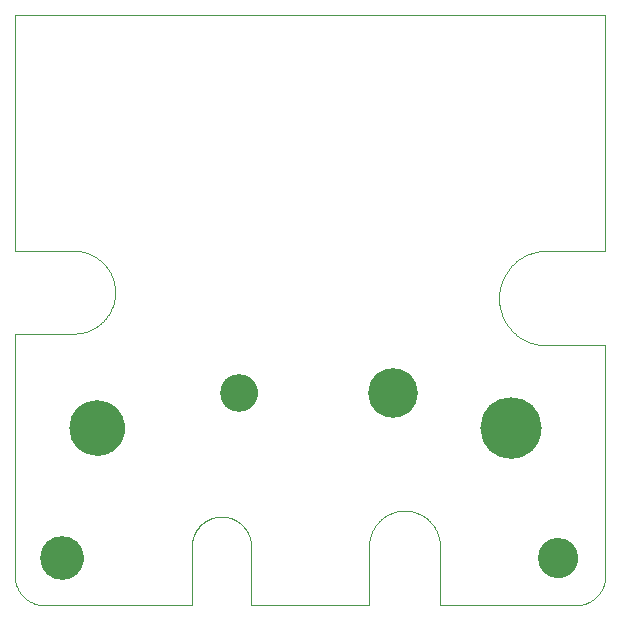
<source format=gbs>
G75*
%MOIN*%
%OFA0B0*%
%FSLAX25Y25*%
%IPPOS*%
%LPD*%
%AMOC8*
5,1,8,0,0,1.08239X$1,22.5*
%
%ADD10C,0.00000*%
%ADD11C,0.12611*%
%ADD12C,0.16548*%
%ADD13C,0.18517*%
%ADD14C,0.20485*%
%ADD15C,0.14580*%
%ADD16C,0.13398*%
D10*
X0001000Y0010843D02*
X0001000Y0091551D01*
X0020685Y0091551D01*
X0021021Y0091555D01*
X0021356Y0091567D01*
X0021691Y0091588D01*
X0022025Y0091616D01*
X0022359Y0091653D01*
X0022691Y0091698D01*
X0023023Y0091751D01*
X0023353Y0091812D01*
X0023681Y0091881D01*
X0024008Y0091958D01*
X0024332Y0092043D01*
X0024655Y0092135D01*
X0024975Y0092236D01*
X0025293Y0092344D01*
X0025608Y0092460D01*
X0025920Y0092584D01*
X0026228Y0092715D01*
X0026534Y0092854D01*
X0026836Y0093000D01*
X0027135Y0093153D01*
X0027429Y0093314D01*
X0027720Y0093482D01*
X0028006Y0093657D01*
X0028288Y0093839D01*
X0028566Y0094027D01*
X0028839Y0094222D01*
X0029107Y0094424D01*
X0029370Y0094632D01*
X0029628Y0094847D01*
X0029881Y0095068D01*
X0030128Y0095295D01*
X0030369Y0095528D01*
X0030605Y0095767D01*
X0030835Y0096011D01*
X0031059Y0096261D01*
X0031277Y0096516D01*
X0031488Y0096777D01*
X0031694Y0097042D01*
X0031892Y0097313D01*
X0032084Y0097588D01*
X0032269Y0097868D01*
X0032448Y0098152D01*
X0032619Y0098441D01*
X0032783Y0098734D01*
X0032940Y0099030D01*
X0033090Y0099330D01*
X0033232Y0099634D01*
X0033367Y0099942D01*
X0033495Y0100252D01*
X0033615Y0100565D01*
X0033727Y0100882D01*
X0033831Y0101201D01*
X0033928Y0101522D01*
X0034017Y0101846D01*
X0034098Y0102171D01*
X0034171Y0102499D01*
X0034236Y0102828D01*
X0034293Y0103159D01*
X0034342Y0103491D01*
X0034382Y0103824D01*
X0034415Y0104158D01*
X0034439Y0104493D01*
X0034456Y0104828D01*
X0034464Y0105163D01*
X0034464Y0105499D01*
X0034456Y0105834D01*
X0034439Y0106169D01*
X0034415Y0106504D01*
X0034382Y0106838D01*
X0034342Y0107171D01*
X0034293Y0107503D01*
X0034236Y0107834D01*
X0034171Y0108163D01*
X0034098Y0108491D01*
X0034017Y0108816D01*
X0033928Y0109140D01*
X0033831Y0109461D01*
X0033727Y0109780D01*
X0033615Y0110097D01*
X0033495Y0110410D01*
X0033367Y0110720D01*
X0033232Y0111028D01*
X0033090Y0111332D01*
X0032940Y0111632D01*
X0032783Y0111928D01*
X0032619Y0112221D01*
X0032448Y0112510D01*
X0032269Y0112794D01*
X0032084Y0113074D01*
X0031892Y0113349D01*
X0031694Y0113620D01*
X0031488Y0113885D01*
X0031277Y0114146D01*
X0031059Y0114401D01*
X0030835Y0114651D01*
X0030605Y0114895D01*
X0030369Y0115134D01*
X0030128Y0115367D01*
X0029881Y0115594D01*
X0029628Y0115815D01*
X0029370Y0116030D01*
X0029107Y0116238D01*
X0028839Y0116440D01*
X0028566Y0116635D01*
X0028288Y0116823D01*
X0028006Y0117005D01*
X0027720Y0117180D01*
X0027429Y0117348D01*
X0027135Y0117509D01*
X0026836Y0117662D01*
X0026534Y0117808D01*
X0026228Y0117947D01*
X0025920Y0118078D01*
X0025608Y0118202D01*
X0025293Y0118318D01*
X0024975Y0118426D01*
X0024655Y0118527D01*
X0024332Y0118619D01*
X0024008Y0118704D01*
X0023681Y0118781D01*
X0023353Y0118850D01*
X0023023Y0118911D01*
X0022691Y0118964D01*
X0022359Y0119009D01*
X0022025Y0119046D01*
X0021691Y0119074D01*
X0021356Y0119095D01*
X0021021Y0119107D01*
X0020685Y0119111D01*
X0020685Y0119110D02*
X0001000Y0119110D01*
X0001000Y0197850D01*
X0197850Y0197850D01*
X0197850Y0119110D01*
X0178165Y0119110D01*
X0177782Y0119105D01*
X0177398Y0119091D01*
X0177015Y0119068D01*
X0176633Y0119035D01*
X0176252Y0118993D01*
X0175872Y0118942D01*
X0175493Y0118882D01*
X0175116Y0118812D01*
X0174741Y0118733D01*
X0174368Y0118645D01*
X0173997Y0118548D01*
X0173628Y0118442D01*
X0173262Y0118327D01*
X0172899Y0118204D01*
X0172539Y0118071D01*
X0172183Y0117930D01*
X0171830Y0117780D01*
X0171481Y0117621D01*
X0171135Y0117454D01*
X0170794Y0117279D01*
X0170458Y0117095D01*
X0170126Y0116903D01*
X0169798Y0116703D01*
X0169476Y0116496D01*
X0169159Y0116280D01*
X0168847Y0116057D01*
X0168540Y0115826D01*
X0168240Y0115588D01*
X0167945Y0115343D01*
X0167656Y0115091D01*
X0167374Y0114831D01*
X0167097Y0114565D01*
X0166828Y0114292D01*
X0166565Y0114013D01*
X0166309Y0113727D01*
X0166060Y0113436D01*
X0165819Y0113138D01*
X0165584Y0112834D01*
X0165357Y0112525D01*
X0165138Y0112211D01*
X0164926Y0111891D01*
X0164723Y0111566D01*
X0164527Y0111236D01*
X0164339Y0110902D01*
X0164160Y0110563D01*
X0163988Y0110219D01*
X0163826Y0109872D01*
X0163671Y0109521D01*
X0163526Y0109166D01*
X0163389Y0108808D01*
X0163260Y0108447D01*
X0163141Y0108082D01*
X0163031Y0107715D01*
X0162929Y0107345D01*
X0162837Y0106973D01*
X0162753Y0106599D01*
X0162679Y0106222D01*
X0162614Y0105844D01*
X0162558Y0105465D01*
X0162511Y0105084D01*
X0162474Y0104703D01*
X0162446Y0104320D01*
X0162428Y0103937D01*
X0162418Y0103554D01*
X0162418Y0103170D01*
X0162428Y0102787D01*
X0162446Y0102404D01*
X0162474Y0102021D01*
X0162511Y0101640D01*
X0162558Y0101259D01*
X0162614Y0100880D01*
X0162679Y0100502D01*
X0162753Y0100125D01*
X0162837Y0099751D01*
X0162929Y0099379D01*
X0163031Y0099009D01*
X0163141Y0098642D01*
X0163260Y0098277D01*
X0163389Y0097916D01*
X0163526Y0097558D01*
X0163671Y0097203D01*
X0163826Y0096852D01*
X0163988Y0096505D01*
X0164160Y0096161D01*
X0164339Y0095822D01*
X0164527Y0095488D01*
X0164723Y0095158D01*
X0164926Y0094833D01*
X0165138Y0094513D01*
X0165357Y0094199D01*
X0165584Y0093890D01*
X0165819Y0093586D01*
X0166060Y0093288D01*
X0166309Y0092997D01*
X0166565Y0092711D01*
X0166828Y0092432D01*
X0167097Y0092159D01*
X0167374Y0091893D01*
X0167656Y0091633D01*
X0167945Y0091381D01*
X0168240Y0091136D01*
X0168540Y0090898D01*
X0168847Y0090667D01*
X0169159Y0090444D01*
X0169476Y0090228D01*
X0169798Y0090021D01*
X0170126Y0089821D01*
X0170458Y0089629D01*
X0170794Y0089445D01*
X0171135Y0089270D01*
X0171481Y0089103D01*
X0171830Y0088944D01*
X0172183Y0088794D01*
X0172539Y0088653D01*
X0172899Y0088520D01*
X0173262Y0088397D01*
X0173628Y0088282D01*
X0173997Y0088176D01*
X0174368Y0088079D01*
X0174741Y0087991D01*
X0175116Y0087912D01*
X0175493Y0087842D01*
X0175872Y0087782D01*
X0176252Y0087731D01*
X0176633Y0087689D01*
X0177015Y0087656D01*
X0177398Y0087633D01*
X0177782Y0087619D01*
X0178165Y0087614D01*
X0197850Y0087614D01*
X0197850Y0010843D01*
X0197851Y0010843D02*
X0197848Y0010605D01*
X0197840Y0010367D01*
X0197825Y0010130D01*
X0197805Y0009893D01*
X0197779Y0009657D01*
X0197748Y0009421D01*
X0197711Y0009186D01*
X0197668Y0008952D01*
X0197619Y0008719D01*
X0197565Y0008487D01*
X0197505Y0008257D01*
X0197440Y0008028D01*
X0197369Y0007801D01*
X0197293Y0007576D01*
X0197211Y0007353D01*
X0197124Y0007131D01*
X0197032Y0006912D01*
X0196934Y0006695D01*
X0196832Y0006481D01*
X0196724Y0006269D01*
X0196610Y0006059D01*
X0196492Y0005853D01*
X0196369Y0005649D01*
X0196241Y0005449D01*
X0196109Y0005252D01*
X0195971Y0005057D01*
X0195829Y0004867D01*
X0195682Y0004679D01*
X0195531Y0004496D01*
X0195376Y0004316D01*
X0195216Y0004140D01*
X0195052Y0003968D01*
X0194883Y0003799D01*
X0194711Y0003635D01*
X0194535Y0003475D01*
X0194355Y0003320D01*
X0194172Y0003169D01*
X0193984Y0003022D01*
X0193794Y0002880D01*
X0193599Y0002742D01*
X0193402Y0002610D01*
X0193202Y0002482D01*
X0192998Y0002359D01*
X0192792Y0002241D01*
X0192582Y0002127D01*
X0192370Y0002019D01*
X0192156Y0001917D01*
X0191939Y0001819D01*
X0191720Y0001727D01*
X0191498Y0001640D01*
X0191275Y0001558D01*
X0191050Y0001482D01*
X0190823Y0001411D01*
X0190594Y0001346D01*
X0190364Y0001286D01*
X0190132Y0001232D01*
X0189899Y0001183D01*
X0189665Y0001140D01*
X0189430Y0001103D01*
X0189194Y0001072D01*
X0188958Y0001046D01*
X0188721Y0001026D01*
X0188484Y0001011D01*
X0188246Y0001003D01*
X0188008Y0001000D01*
X0142732Y0001000D01*
X0142732Y0020685D01*
X0142728Y0020973D01*
X0142718Y0021260D01*
X0142700Y0021547D01*
X0142676Y0021834D01*
X0142645Y0022120D01*
X0142606Y0022405D01*
X0142561Y0022689D01*
X0142509Y0022972D01*
X0142449Y0023253D01*
X0142383Y0023533D01*
X0142311Y0023811D01*
X0142231Y0024088D01*
X0142145Y0024362D01*
X0142052Y0024634D01*
X0141953Y0024904D01*
X0141847Y0025172D01*
X0141734Y0025436D01*
X0141615Y0025698D01*
X0141490Y0025957D01*
X0141358Y0026213D01*
X0141221Y0026466D01*
X0141077Y0026715D01*
X0140927Y0026960D01*
X0140771Y0027202D01*
X0140610Y0027440D01*
X0140442Y0027674D01*
X0140269Y0027904D01*
X0140091Y0028129D01*
X0139907Y0028350D01*
X0139718Y0028567D01*
X0139523Y0028779D01*
X0139323Y0028986D01*
X0139119Y0029188D01*
X0138909Y0029385D01*
X0138695Y0029577D01*
X0138476Y0029763D01*
X0138253Y0029945D01*
X0138025Y0030121D01*
X0137793Y0030291D01*
X0137557Y0030455D01*
X0137318Y0030614D01*
X0137074Y0030767D01*
X0136827Y0030914D01*
X0136576Y0031054D01*
X0136321Y0031189D01*
X0136064Y0031317D01*
X0135804Y0031439D01*
X0135540Y0031555D01*
X0135274Y0031664D01*
X0135006Y0031767D01*
X0134735Y0031863D01*
X0134461Y0031953D01*
X0134186Y0032036D01*
X0133908Y0032112D01*
X0133629Y0032181D01*
X0133349Y0032244D01*
X0133066Y0032300D01*
X0132783Y0032348D01*
X0132498Y0032390D01*
X0132213Y0032425D01*
X0131927Y0032453D01*
X0131640Y0032474D01*
X0131352Y0032488D01*
X0131065Y0032495D01*
X0130777Y0032495D01*
X0130490Y0032488D01*
X0130202Y0032474D01*
X0129915Y0032453D01*
X0129629Y0032425D01*
X0129344Y0032390D01*
X0129059Y0032348D01*
X0128776Y0032300D01*
X0128493Y0032244D01*
X0128213Y0032181D01*
X0127934Y0032112D01*
X0127656Y0032036D01*
X0127381Y0031953D01*
X0127107Y0031863D01*
X0126836Y0031767D01*
X0126568Y0031664D01*
X0126302Y0031555D01*
X0126038Y0031439D01*
X0125778Y0031317D01*
X0125521Y0031189D01*
X0125266Y0031054D01*
X0125016Y0030914D01*
X0124768Y0030767D01*
X0124524Y0030614D01*
X0124285Y0030455D01*
X0124049Y0030291D01*
X0123817Y0030121D01*
X0123589Y0029945D01*
X0123366Y0029763D01*
X0123147Y0029577D01*
X0122933Y0029385D01*
X0122723Y0029188D01*
X0122519Y0028986D01*
X0122319Y0028779D01*
X0122124Y0028567D01*
X0121935Y0028350D01*
X0121751Y0028129D01*
X0121573Y0027904D01*
X0121400Y0027674D01*
X0121232Y0027440D01*
X0121071Y0027202D01*
X0120915Y0026960D01*
X0120765Y0026715D01*
X0120621Y0026466D01*
X0120484Y0026213D01*
X0120352Y0025957D01*
X0120227Y0025698D01*
X0120108Y0025436D01*
X0119995Y0025172D01*
X0119889Y0024904D01*
X0119790Y0024634D01*
X0119697Y0024362D01*
X0119611Y0024088D01*
X0119531Y0023811D01*
X0119459Y0023533D01*
X0119393Y0023253D01*
X0119333Y0022972D01*
X0119281Y0022689D01*
X0119236Y0022405D01*
X0119197Y0022120D01*
X0119166Y0021834D01*
X0119142Y0021547D01*
X0119124Y0021260D01*
X0119114Y0020973D01*
X0119110Y0020685D01*
X0119110Y0001000D01*
X0079740Y0001000D01*
X0079740Y0020685D01*
X0079741Y0020685D02*
X0079738Y0020925D01*
X0079729Y0021164D01*
X0079715Y0021403D01*
X0079694Y0021642D01*
X0079668Y0021881D01*
X0079636Y0022118D01*
X0079598Y0022355D01*
X0079555Y0022591D01*
X0079506Y0022825D01*
X0079451Y0023058D01*
X0079390Y0023290D01*
X0079324Y0023521D01*
X0079252Y0023749D01*
X0079174Y0023976D01*
X0079092Y0024201D01*
X0079003Y0024424D01*
X0078909Y0024645D01*
X0078810Y0024863D01*
X0078706Y0025079D01*
X0078596Y0025292D01*
X0078482Y0025502D01*
X0078362Y0025710D01*
X0078237Y0025915D01*
X0078107Y0026116D01*
X0077972Y0026314D01*
X0077833Y0026509D01*
X0077689Y0026701D01*
X0077540Y0026889D01*
X0077387Y0027073D01*
X0077229Y0027253D01*
X0077067Y0027430D01*
X0076900Y0027603D01*
X0076730Y0027771D01*
X0076555Y0027935D01*
X0076377Y0028095D01*
X0076194Y0028251D01*
X0076008Y0028402D01*
X0075818Y0028548D01*
X0075625Y0028690D01*
X0075429Y0028827D01*
X0075229Y0028960D01*
X0075026Y0029087D01*
X0074820Y0029209D01*
X0074610Y0029327D01*
X0074399Y0029439D01*
X0074184Y0029546D01*
X0073967Y0029648D01*
X0073748Y0029744D01*
X0073526Y0029835D01*
X0073302Y0029921D01*
X0073076Y0030001D01*
X0072848Y0030075D01*
X0072619Y0030144D01*
X0072388Y0030208D01*
X0072155Y0030266D01*
X0071921Y0030318D01*
X0071686Y0030364D01*
X0071450Y0030405D01*
X0071212Y0030440D01*
X0070975Y0030469D01*
X0070736Y0030492D01*
X0070497Y0030510D01*
X0070257Y0030521D01*
X0070018Y0030527D01*
X0069778Y0030527D01*
X0069539Y0030521D01*
X0069299Y0030510D01*
X0069060Y0030492D01*
X0068821Y0030469D01*
X0068584Y0030440D01*
X0068346Y0030405D01*
X0068110Y0030364D01*
X0067875Y0030318D01*
X0067641Y0030266D01*
X0067408Y0030208D01*
X0067177Y0030144D01*
X0066948Y0030075D01*
X0066720Y0030001D01*
X0066494Y0029921D01*
X0066270Y0029835D01*
X0066048Y0029744D01*
X0065829Y0029648D01*
X0065612Y0029546D01*
X0065397Y0029439D01*
X0065186Y0029327D01*
X0064977Y0029209D01*
X0064770Y0029087D01*
X0064567Y0028960D01*
X0064367Y0028827D01*
X0064171Y0028690D01*
X0063978Y0028548D01*
X0063788Y0028402D01*
X0063602Y0028251D01*
X0063419Y0028095D01*
X0063241Y0027935D01*
X0063066Y0027771D01*
X0062896Y0027603D01*
X0062729Y0027430D01*
X0062567Y0027253D01*
X0062409Y0027073D01*
X0062256Y0026889D01*
X0062107Y0026701D01*
X0061963Y0026509D01*
X0061824Y0026314D01*
X0061689Y0026116D01*
X0061559Y0025915D01*
X0061434Y0025710D01*
X0061314Y0025502D01*
X0061200Y0025292D01*
X0061090Y0025079D01*
X0060986Y0024863D01*
X0060887Y0024645D01*
X0060793Y0024424D01*
X0060704Y0024201D01*
X0060622Y0023976D01*
X0060544Y0023749D01*
X0060472Y0023521D01*
X0060406Y0023290D01*
X0060345Y0023058D01*
X0060290Y0022825D01*
X0060241Y0022591D01*
X0060198Y0022355D01*
X0060160Y0022118D01*
X0060128Y0021881D01*
X0060102Y0021642D01*
X0060081Y0021403D01*
X0060067Y0021164D01*
X0060058Y0020925D01*
X0060055Y0020685D01*
X0060055Y0001000D01*
X0010843Y0001000D01*
X0010605Y0001003D01*
X0010367Y0001011D01*
X0010130Y0001026D01*
X0009893Y0001046D01*
X0009657Y0001072D01*
X0009421Y0001103D01*
X0009186Y0001140D01*
X0008952Y0001183D01*
X0008719Y0001232D01*
X0008487Y0001286D01*
X0008257Y0001346D01*
X0008028Y0001411D01*
X0007801Y0001482D01*
X0007576Y0001558D01*
X0007353Y0001640D01*
X0007131Y0001727D01*
X0006912Y0001819D01*
X0006695Y0001917D01*
X0006481Y0002019D01*
X0006269Y0002127D01*
X0006059Y0002241D01*
X0005853Y0002359D01*
X0005649Y0002482D01*
X0005449Y0002610D01*
X0005252Y0002742D01*
X0005057Y0002880D01*
X0004867Y0003022D01*
X0004679Y0003169D01*
X0004496Y0003320D01*
X0004316Y0003475D01*
X0004140Y0003635D01*
X0003968Y0003799D01*
X0003799Y0003968D01*
X0003635Y0004140D01*
X0003475Y0004316D01*
X0003320Y0004496D01*
X0003169Y0004679D01*
X0003022Y0004867D01*
X0002880Y0005057D01*
X0002742Y0005252D01*
X0002610Y0005449D01*
X0002482Y0005649D01*
X0002359Y0005853D01*
X0002241Y0006059D01*
X0002127Y0006269D01*
X0002019Y0006481D01*
X0001917Y0006695D01*
X0001819Y0006912D01*
X0001727Y0007131D01*
X0001640Y0007353D01*
X0001558Y0007576D01*
X0001482Y0007801D01*
X0001411Y0008028D01*
X0001346Y0008257D01*
X0001286Y0008487D01*
X0001232Y0008719D01*
X0001183Y0008952D01*
X0001140Y0009186D01*
X0001103Y0009421D01*
X0001072Y0009657D01*
X0001046Y0009893D01*
X0001026Y0010130D01*
X0001011Y0010367D01*
X0001003Y0010605D01*
X0001000Y0010843D01*
X0009858Y0016748D02*
X0009860Y0016917D01*
X0009866Y0017086D01*
X0009877Y0017255D01*
X0009891Y0017423D01*
X0009910Y0017591D01*
X0009933Y0017759D01*
X0009959Y0017926D01*
X0009990Y0018092D01*
X0010025Y0018258D01*
X0010064Y0018422D01*
X0010108Y0018586D01*
X0010155Y0018748D01*
X0010206Y0018909D01*
X0010261Y0019069D01*
X0010320Y0019228D01*
X0010382Y0019385D01*
X0010449Y0019540D01*
X0010520Y0019694D01*
X0010594Y0019846D01*
X0010672Y0019996D01*
X0010753Y0020144D01*
X0010838Y0020290D01*
X0010927Y0020434D01*
X0011019Y0020576D01*
X0011115Y0020715D01*
X0011214Y0020852D01*
X0011316Y0020987D01*
X0011422Y0021119D01*
X0011531Y0021248D01*
X0011643Y0021375D01*
X0011758Y0021499D01*
X0011876Y0021620D01*
X0011997Y0021738D01*
X0012121Y0021853D01*
X0012248Y0021965D01*
X0012377Y0022074D01*
X0012509Y0022180D01*
X0012644Y0022282D01*
X0012781Y0022381D01*
X0012920Y0022477D01*
X0013062Y0022569D01*
X0013206Y0022658D01*
X0013352Y0022743D01*
X0013500Y0022824D01*
X0013650Y0022902D01*
X0013802Y0022976D01*
X0013956Y0023047D01*
X0014111Y0023114D01*
X0014268Y0023176D01*
X0014427Y0023235D01*
X0014587Y0023290D01*
X0014748Y0023341D01*
X0014910Y0023388D01*
X0015074Y0023432D01*
X0015238Y0023471D01*
X0015404Y0023506D01*
X0015570Y0023537D01*
X0015737Y0023563D01*
X0015905Y0023586D01*
X0016073Y0023605D01*
X0016241Y0023619D01*
X0016410Y0023630D01*
X0016579Y0023636D01*
X0016748Y0023638D01*
X0016917Y0023636D01*
X0017086Y0023630D01*
X0017255Y0023619D01*
X0017423Y0023605D01*
X0017591Y0023586D01*
X0017759Y0023563D01*
X0017926Y0023537D01*
X0018092Y0023506D01*
X0018258Y0023471D01*
X0018422Y0023432D01*
X0018586Y0023388D01*
X0018748Y0023341D01*
X0018909Y0023290D01*
X0019069Y0023235D01*
X0019228Y0023176D01*
X0019385Y0023114D01*
X0019540Y0023047D01*
X0019694Y0022976D01*
X0019846Y0022902D01*
X0019996Y0022824D01*
X0020144Y0022743D01*
X0020290Y0022658D01*
X0020434Y0022569D01*
X0020576Y0022477D01*
X0020715Y0022381D01*
X0020852Y0022282D01*
X0020987Y0022180D01*
X0021119Y0022074D01*
X0021248Y0021965D01*
X0021375Y0021853D01*
X0021499Y0021738D01*
X0021620Y0021620D01*
X0021738Y0021499D01*
X0021853Y0021375D01*
X0021965Y0021248D01*
X0022074Y0021119D01*
X0022180Y0020987D01*
X0022282Y0020852D01*
X0022381Y0020715D01*
X0022477Y0020576D01*
X0022569Y0020434D01*
X0022658Y0020290D01*
X0022743Y0020144D01*
X0022824Y0019996D01*
X0022902Y0019846D01*
X0022976Y0019694D01*
X0023047Y0019540D01*
X0023114Y0019385D01*
X0023176Y0019228D01*
X0023235Y0019069D01*
X0023290Y0018909D01*
X0023341Y0018748D01*
X0023388Y0018586D01*
X0023432Y0018422D01*
X0023471Y0018258D01*
X0023506Y0018092D01*
X0023537Y0017926D01*
X0023563Y0017759D01*
X0023586Y0017591D01*
X0023605Y0017423D01*
X0023619Y0017255D01*
X0023630Y0017086D01*
X0023636Y0016917D01*
X0023638Y0016748D01*
X0023636Y0016579D01*
X0023630Y0016410D01*
X0023619Y0016241D01*
X0023605Y0016073D01*
X0023586Y0015905D01*
X0023563Y0015737D01*
X0023537Y0015570D01*
X0023506Y0015404D01*
X0023471Y0015238D01*
X0023432Y0015074D01*
X0023388Y0014910D01*
X0023341Y0014748D01*
X0023290Y0014587D01*
X0023235Y0014427D01*
X0023176Y0014268D01*
X0023114Y0014111D01*
X0023047Y0013956D01*
X0022976Y0013802D01*
X0022902Y0013650D01*
X0022824Y0013500D01*
X0022743Y0013352D01*
X0022658Y0013206D01*
X0022569Y0013062D01*
X0022477Y0012920D01*
X0022381Y0012781D01*
X0022282Y0012644D01*
X0022180Y0012509D01*
X0022074Y0012377D01*
X0021965Y0012248D01*
X0021853Y0012121D01*
X0021738Y0011997D01*
X0021620Y0011876D01*
X0021499Y0011758D01*
X0021375Y0011643D01*
X0021248Y0011531D01*
X0021119Y0011422D01*
X0020987Y0011316D01*
X0020852Y0011214D01*
X0020715Y0011115D01*
X0020576Y0011019D01*
X0020434Y0010927D01*
X0020290Y0010838D01*
X0020144Y0010753D01*
X0019996Y0010672D01*
X0019846Y0010594D01*
X0019694Y0010520D01*
X0019540Y0010449D01*
X0019385Y0010382D01*
X0019228Y0010320D01*
X0019069Y0010261D01*
X0018909Y0010206D01*
X0018748Y0010155D01*
X0018586Y0010108D01*
X0018422Y0010064D01*
X0018258Y0010025D01*
X0018092Y0009990D01*
X0017926Y0009959D01*
X0017759Y0009933D01*
X0017591Y0009910D01*
X0017423Y0009891D01*
X0017255Y0009877D01*
X0017086Y0009866D01*
X0016917Y0009860D01*
X0016748Y0009858D01*
X0016579Y0009860D01*
X0016410Y0009866D01*
X0016241Y0009877D01*
X0016073Y0009891D01*
X0015905Y0009910D01*
X0015737Y0009933D01*
X0015570Y0009959D01*
X0015404Y0009990D01*
X0015238Y0010025D01*
X0015074Y0010064D01*
X0014910Y0010108D01*
X0014748Y0010155D01*
X0014587Y0010206D01*
X0014427Y0010261D01*
X0014268Y0010320D01*
X0014111Y0010382D01*
X0013956Y0010449D01*
X0013802Y0010520D01*
X0013650Y0010594D01*
X0013500Y0010672D01*
X0013352Y0010753D01*
X0013206Y0010838D01*
X0013062Y0010927D01*
X0012920Y0011019D01*
X0012781Y0011115D01*
X0012644Y0011214D01*
X0012509Y0011316D01*
X0012377Y0011422D01*
X0012248Y0011531D01*
X0012121Y0011643D01*
X0011997Y0011758D01*
X0011876Y0011876D01*
X0011758Y0011997D01*
X0011643Y0012121D01*
X0011531Y0012248D01*
X0011422Y0012377D01*
X0011316Y0012509D01*
X0011214Y0012644D01*
X0011115Y0012781D01*
X0011019Y0012920D01*
X0010927Y0013062D01*
X0010838Y0013206D01*
X0010753Y0013352D01*
X0010672Y0013500D01*
X0010594Y0013650D01*
X0010520Y0013802D01*
X0010449Y0013956D01*
X0010382Y0014111D01*
X0010320Y0014268D01*
X0010261Y0014427D01*
X0010206Y0014587D01*
X0010155Y0014748D01*
X0010108Y0014910D01*
X0010064Y0015074D01*
X0010025Y0015238D01*
X0009990Y0015404D01*
X0009959Y0015570D01*
X0009933Y0015737D01*
X0009910Y0015905D01*
X0009891Y0016073D01*
X0009877Y0016241D01*
X0009866Y0016410D01*
X0009860Y0016579D01*
X0009858Y0016748D01*
X0019701Y0060055D02*
X0019704Y0060272D01*
X0019712Y0060490D01*
X0019725Y0060707D01*
X0019744Y0060923D01*
X0019768Y0061139D01*
X0019797Y0061355D01*
X0019831Y0061569D01*
X0019871Y0061783D01*
X0019916Y0061996D01*
X0019966Y0062207D01*
X0020022Y0062418D01*
X0020082Y0062626D01*
X0020148Y0062834D01*
X0020219Y0063039D01*
X0020295Y0063243D01*
X0020375Y0063445D01*
X0020461Y0063645D01*
X0020551Y0063842D01*
X0020647Y0064038D01*
X0020747Y0064231D01*
X0020852Y0064421D01*
X0020961Y0064609D01*
X0021075Y0064794D01*
X0021194Y0064976D01*
X0021317Y0065156D01*
X0021444Y0065332D01*
X0021576Y0065505D01*
X0021712Y0065674D01*
X0021852Y0065841D01*
X0021996Y0066004D01*
X0022144Y0066163D01*
X0022295Y0066319D01*
X0022451Y0066470D01*
X0022610Y0066618D01*
X0022773Y0066762D01*
X0022940Y0066902D01*
X0023109Y0067038D01*
X0023282Y0067170D01*
X0023458Y0067297D01*
X0023638Y0067420D01*
X0023820Y0067539D01*
X0024005Y0067653D01*
X0024193Y0067762D01*
X0024383Y0067867D01*
X0024576Y0067967D01*
X0024772Y0068063D01*
X0024969Y0068153D01*
X0025169Y0068239D01*
X0025371Y0068319D01*
X0025575Y0068395D01*
X0025780Y0068466D01*
X0025988Y0068532D01*
X0026196Y0068592D01*
X0026407Y0068648D01*
X0026618Y0068698D01*
X0026831Y0068743D01*
X0027045Y0068783D01*
X0027259Y0068817D01*
X0027475Y0068846D01*
X0027691Y0068870D01*
X0027907Y0068889D01*
X0028124Y0068902D01*
X0028342Y0068910D01*
X0028559Y0068913D01*
X0028776Y0068910D01*
X0028994Y0068902D01*
X0029211Y0068889D01*
X0029427Y0068870D01*
X0029643Y0068846D01*
X0029859Y0068817D01*
X0030073Y0068783D01*
X0030287Y0068743D01*
X0030500Y0068698D01*
X0030711Y0068648D01*
X0030922Y0068592D01*
X0031130Y0068532D01*
X0031338Y0068466D01*
X0031543Y0068395D01*
X0031747Y0068319D01*
X0031949Y0068239D01*
X0032149Y0068153D01*
X0032346Y0068063D01*
X0032542Y0067967D01*
X0032735Y0067867D01*
X0032925Y0067762D01*
X0033113Y0067653D01*
X0033298Y0067539D01*
X0033480Y0067420D01*
X0033660Y0067297D01*
X0033836Y0067170D01*
X0034009Y0067038D01*
X0034178Y0066902D01*
X0034345Y0066762D01*
X0034508Y0066618D01*
X0034667Y0066470D01*
X0034823Y0066319D01*
X0034974Y0066163D01*
X0035122Y0066004D01*
X0035266Y0065841D01*
X0035406Y0065674D01*
X0035542Y0065505D01*
X0035674Y0065332D01*
X0035801Y0065156D01*
X0035924Y0064976D01*
X0036043Y0064794D01*
X0036157Y0064609D01*
X0036266Y0064421D01*
X0036371Y0064231D01*
X0036471Y0064038D01*
X0036567Y0063842D01*
X0036657Y0063645D01*
X0036743Y0063445D01*
X0036823Y0063243D01*
X0036899Y0063039D01*
X0036970Y0062834D01*
X0037036Y0062626D01*
X0037096Y0062418D01*
X0037152Y0062207D01*
X0037202Y0061996D01*
X0037247Y0061783D01*
X0037287Y0061569D01*
X0037321Y0061355D01*
X0037350Y0061139D01*
X0037374Y0060923D01*
X0037393Y0060707D01*
X0037406Y0060490D01*
X0037414Y0060272D01*
X0037417Y0060055D01*
X0037414Y0059838D01*
X0037406Y0059620D01*
X0037393Y0059403D01*
X0037374Y0059187D01*
X0037350Y0058971D01*
X0037321Y0058755D01*
X0037287Y0058541D01*
X0037247Y0058327D01*
X0037202Y0058114D01*
X0037152Y0057903D01*
X0037096Y0057692D01*
X0037036Y0057484D01*
X0036970Y0057276D01*
X0036899Y0057071D01*
X0036823Y0056867D01*
X0036743Y0056665D01*
X0036657Y0056465D01*
X0036567Y0056268D01*
X0036471Y0056072D01*
X0036371Y0055879D01*
X0036266Y0055689D01*
X0036157Y0055501D01*
X0036043Y0055316D01*
X0035924Y0055134D01*
X0035801Y0054954D01*
X0035674Y0054778D01*
X0035542Y0054605D01*
X0035406Y0054436D01*
X0035266Y0054269D01*
X0035122Y0054106D01*
X0034974Y0053947D01*
X0034823Y0053791D01*
X0034667Y0053640D01*
X0034508Y0053492D01*
X0034345Y0053348D01*
X0034178Y0053208D01*
X0034009Y0053072D01*
X0033836Y0052940D01*
X0033660Y0052813D01*
X0033480Y0052690D01*
X0033298Y0052571D01*
X0033113Y0052457D01*
X0032925Y0052348D01*
X0032735Y0052243D01*
X0032542Y0052143D01*
X0032346Y0052047D01*
X0032149Y0051957D01*
X0031949Y0051871D01*
X0031747Y0051791D01*
X0031543Y0051715D01*
X0031338Y0051644D01*
X0031130Y0051578D01*
X0030922Y0051518D01*
X0030711Y0051462D01*
X0030500Y0051412D01*
X0030287Y0051367D01*
X0030073Y0051327D01*
X0029859Y0051293D01*
X0029643Y0051264D01*
X0029427Y0051240D01*
X0029211Y0051221D01*
X0028994Y0051208D01*
X0028776Y0051200D01*
X0028559Y0051197D01*
X0028342Y0051200D01*
X0028124Y0051208D01*
X0027907Y0051221D01*
X0027691Y0051240D01*
X0027475Y0051264D01*
X0027259Y0051293D01*
X0027045Y0051327D01*
X0026831Y0051367D01*
X0026618Y0051412D01*
X0026407Y0051462D01*
X0026196Y0051518D01*
X0025988Y0051578D01*
X0025780Y0051644D01*
X0025575Y0051715D01*
X0025371Y0051791D01*
X0025169Y0051871D01*
X0024969Y0051957D01*
X0024772Y0052047D01*
X0024576Y0052143D01*
X0024383Y0052243D01*
X0024193Y0052348D01*
X0024005Y0052457D01*
X0023820Y0052571D01*
X0023638Y0052690D01*
X0023458Y0052813D01*
X0023282Y0052940D01*
X0023109Y0053072D01*
X0022940Y0053208D01*
X0022773Y0053348D01*
X0022610Y0053492D01*
X0022451Y0053640D01*
X0022295Y0053791D01*
X0022144Y0053947D01*
X0021996Y0054106D01*
X0021852Y0054269D01*
X0021712Y0054436D01*
X0021576Y0054605D01*
X0021444Y0054778D01*
X0021317Y0054954D01*
X0021194Y0055134D01*
X0021075Y0055316D01*
X0020961Y0055501D01*
X0020852Y0055689D01*
X0020747Y0055879D01*
X0020647Y0056072D01*
X0020551Y0056268D01*
X0020461Y0056465D01*
X0020375Y0056665D01*
X0020295Y0056867D01*
X0020219Y0057071D01*
X0020148Y0057276D01*
X0020082Y0057484D01*
X0020022Y0057692D01*
X0019966Y0057903D01*
X0019916Y0058114D01*
X0019871Y0058327D01*
X0019831Y0058541D01*
X0019797Y0058755D01*
X0019768Y0058971D01*
X0019744Y0059187D01*
X0019725Y0059403D01*
X0019712Y0059620D01*
X0019704Y0059838D01*
X0019701Y0060055D01*
X0069897Y0071866D02*
X0069899Y0072019D01*
X0069905Y0072173D01*
X0069915Y0072326D01*
X0069929Y0072478D01*
X0069947Y0072631D01*
X0069969Y0072782D01*
X0069994Y0072933D01*
X0070024Y0073084D01*
X0070058Y0073234D01*
X0070095Y0073382D01*
X0070136Y0073530D01*
X0070181Y0073676D01*
X0070230Y0073822D01*
X0070283Y0073966D01*
X0070339Y0074108D01*
X0070399Y0074249D01*
X0070463Y0074389D01*
X0070530Y0074527D01*
X0070601Y0074663D01*
X0070676Y0074797D01*
X0070753Y0074929D01*
X0070835Y0075059D01*
X0070919Y0075187D01*
X0071007Y0075313D01*
X0071098Y0075436D01*
X0071192Y0075557D01*
X0071290Y0075675D01*
X0071390Y0075791D01*
X0071494Y0075904D01*
X0071600Y0076015D01*
X0071709Y0076123D01*
X0071821Y0076228D01*
X0071935Y0076329D01*
X0072053Y0076428D01*
X0072172Y0076524D01*
X0072294Y0076617D01*
X0072419Y0076706D01*
X0072546Y0076793D01*
X0072675Y0076875D01*
X0072806Y0076955D01*
X0072939Y0077031D01*
X0073074Y0077104D01*
X0073211Y0077173D01*
X0073350Y0077238D01*
X0073490Y0077300D01*
X0073632Y0077358D01*
X0073775Y0077413D01*
X0073920Y0077464D01*
X0074066Y0077511D01*
X0074213Y0077554D01*
X0074361Y0077593D01*
X0074510Y0077629D01*
X0074660Y0077660D01*
X0074811Y0077688D01*
X0074962Y0077712D01*
X0075115Y0077732D01*
X0075267Y0077748D01*
X0075420Y0077760D01*
X0075573Y0077768D01*
X0075726Y0077772D01*
X0075880Y0077772D01*
X0076033Y0077768D01*
X0076186Y0077760D01*
X0076339Y0077748D01*
X0076491Y0077732D01*
X0076644Y0077712D01*
X0076795Y0077688D01*
X0076946Y0077660D01*
X0077096Y0077629D01*
X0077245Y0077593D01*
X0077393Y0077554D01*
X0077540Y0077511D01*
X0077686Y0077464D01*
X0077831Y0077413D01*
X0077974Y0077358D01*
X0078116Y0077300D01*
X0078256Y0077238D01*
X0078395Y0077173D01*
X0078532Y0077104D01*
X0078667Y0077031D01*
X0078800Y0076955D01*
X0078931Y0076875D01*
X0079060Y0076793D01*
X0079187Y0076706D01*
X0079312Y0076617D01*
X0079434Y0076524D01*
X0079553Y0076428D01*
X0079671Y0076329D01*
X0079785Y0076228D01*
X0079897Y0076123D01*
X0080006Y0076015D01*
X0080112Y0075904D01*
X0080216Y0075791D01*
X0080316Y0075675D01*
X0080414Y0075557D01*
X0080508Y0075436D01*
X0080599Y0075313D01*
X0080687Y0075187D01*
X0080771Y0075059D01*
X0080853Y0074929D01*
X0080930Y0074797D01*
X0081005Y0074663D01*
X0081076Y0074527D01*
X0081143Y0074389D01*
X0081207Y0074249D01*
X0081267Y0074108D01*
X0081323Y0073966D01*
X0081376Y0073822D01*
X0081425Y0073676D01*
X0081470Y0073530D01*
X0081511Y0073382D01*
X0081548Y0073234D01*
X0081582Y0073084D01*
X0081612Y0072933D01*
X0081637Y0072782D01*
X0081659Y0072631D01*
X0081677Y0072478D01*
X0081691Y0072326D01*
X0081701Y0072173D01*
X0081707Y0072019D01*
X0081709Y0071866D01*
X0081707Y0071713D01*
X0081701Y0071559D01*
X0081691Y0071406D01*
X0081677Y0071254D01*
X0081659Y0071101D01*
X0081637Y0070950D01*
X0081612Y0070799D01*
X0081582Y0070648D01*
X0081548Y0070498D01*
X0081511Y0070350D01*
X0081470Y0070202D01*
X0081425Y0070056D01*
X0081376Y0069910D01*
X0081323Y0069766D01*
X0081267Y0069624D01*
X0081207Y0069483D01*
X0081143Y0069343D01*
X0081076Y0069205D01*
X0081005Y0069069D01*
X0080930Y0068935D01*
X0080853Y0068803D01*
X0080771Y0068673D01*
X0080687Y0068545D01*
X0080599Y0068419D01*
X0080508Y0068296D01*
X0080414Y0068175D01*
X0080316Y0068057D01*
X0080216Y0067941D01*
X0080112Y0067828D01*
X0080006Y0067717D01*
X0079897Y0067609D01*
X0079785Y0067504D01*
X0079671Y0067403D01*
X0079553Y0067304D01*
X0079434Y0067208D01*
X0079312Y0067115D01*
X0079187Y0067026D01*
X0079060Y0066939D01*
X0078931Y0066857D01*
X0078800Y0066777D01*
X0078667Y0066701D01*
X0078532Y0066628D01*
X0078395Y0066559D01*
X0078256Y0066494D01*
X0078116Y0066432D01*
X0077974Y0066374D01*
X0077831Y0066319D01*
X0077686Y0066268D01*
X0077540Y0066221D01*
X0077393Y0066178D01*
X0077245Y0066139D01*
X0077096Y0066103D01*
X0076946Y0066072D01*
X0076795Y0066044D01*
X0076644Y0066020D01*
X0076491Y0066000D01*
X0076339Y0065984D01*
X0076186Y0065972D01*
X0076033Y0065964D01*
X0075880Y0065960D01*
X0075726Y0065960D01*
X0075573Y0065964D01*
X0075420Y0065972D01*
X0075267Y0065984D01*
X0075115Y0066000D01*
X0074962Y0066020D01*
X0074811Y0066044D01*
X0074660Y0066072D01*
X0074510Y0066103D01*
X0074361Y0066139D01*
X0074213Y0066178D01*
X0074066Y0066221D01*
X0073920Y0066268D01*
X0073775Y0066319D01*
X0073632Y0066374D01*
X0073490Y0066432D01*
X0073350Y0066494D01*
X0073211Y0066559D01*
X0073074Y0066628D01*
X0072939Y0066701D01*
X0072806Y0066777D01*
X0072675Y0066857D01*
X0072546Y0066939D01*
X0072419Y0067026D01*
X0072294Y0067115D01*
X0072172Y0067208D01*
X0072053Y0067304D01*
X0071935Y0067403D01*
X0071821Y0067504D01*
X0071709Y0067609D01*
X0071600Y0067717D01*
X0071494Y0067828D01*
X0071390Y0067941D01*
X0071290Y0068057D01*
X0071192Y0068175D01*
X0071098Y0068296D01*
X0071007Y0068419D01*
X0070919Y0068545D01*
X0070835Y0068673D01*
X0070753Y0068803D01*
X0070676Y0068935D01*
X0070601Y0069069D01*
X0070530Y0069205D01*
X0070463Y0069343D01*
X0070399Y0069483D01*
X0070339Y0069624D01*
X0070283Y0069766D01*
X0070230Y0069910D01*
X0070181Y0070056D01*
X0070136Y0070202D01*
X0070095Y0070350D01*
X0070058Y0070498D01*
X0070024Y0070648D01*
X0069994Y0070799D01*
X0069969Y0070950D01*
X0069947Y0071101D01*
X0069929Y0071254D01*
X0069915Y0071406D01*
X0069905Y0071559D01*
X0069899Y0071713D01*
X0069897Y0071866D01*
X0119110Y0071866D02*
X0119112Y0072059D01*
X0119119Y0072252D01*
X0119131Y0072445D01*
X0119148Y0072638D01*
X0119169Y0072830D01*
X0119195Y0073021D01*
X0119226Y0073212D01*
X0119261Y0073402D01*
X0119301Y0073591D01*
X0119346Y0073779D01*
X0119395Y0073966D01*
X0119449Y0074152D01*
X0119507Y0074336D01*
X0119570Y0074519D01*
X0119638Y0074700D01*
X0119709Y0074879D01*
X0119786Y0075057D01*
X0119866Y0075233D01*
X0119951Y0075406D01*
X0120040Y0075578D01*
X0120133Y0075747D01*
X0120230Y0075914D01*
X0120332Y0076079D01*
X0120437Y0076241D01*
X0120546Y0076400D01*
X0120660Y0076557D01*
X0120777Y0076710D01*
X0120897Y0076861D01*
X0121022Y0077009D01*
X0121150Y0077154D01*
X0121281Y0077295D01*
X0121416Y0077434D01*
X0121555Y0077569D01*
X0121696Y0077700D01*
X0121841Y0077828D01*
X0121989Y0077953D01*
X0122140Y0078073D01*
X0122293Y0078190D01*
X0122450Y0078304D01*
X0122609Y0078413D01*
X0122771Y0078518D01*
X0122936Y0078620D01*
X0123103Y0078717D01*
X0123272Y0078810D01*
X0123444Y0078899D01*
X0123617Y0078984D01*
X0123793Y0079064D01*
X0123971Y0079141D01*
X0124150Y0079212D01*
X0124331Y0079280D01*
X0124514Y0079343D01*
X0124698Y0079401D01*
X0124884Y0079455D01*
X0125071Y0079504D01*
X0125259Y0079549D01*
X0125448Y0079589D01*
X0125638Y0079624D01*
X0125829Y0079655D01*
X0126020Y0079681D01*
X0126212Y0079702D01*
X0126405Y0079719D01*
X0126598Y0079731D01*
X0126791Y0079738D01*
X0126984Y0079740D01*
X0127177Y0079738D01*
X0127370Y0079731D01*
X0127563Y0079719D01*
X0127756Y0079702D01*
X0127948Y0079681D01*
X0128139Y0079655D01*
X0128330Y0079624D01*
X0128520Y0079589D01*
X0128709Y0079549D01*
X0128897Y0079504D01*
X0129084Y0079455D01*
X0129270Y0079401D01*
X0129454Y0079343D01*
X0129637Y0079280D01*
X0129818Y0079212D01*
X0129997Y0079141D01*
X0130175Y0079064D01*
X0130351Y0078984D01*
X0130524Y0078899D01*
X0130696Y0078810D01*
X0130865Y0078717D01*
X0131032Y0078620D01*
X0131197Y0078518D01*
X0131359Y0078413D01*
X0131518Y0078304D01*
X0131675Y0078190D01*
X0131828Y0078073D01*
X0131979Y0077953D01*
X0132127Y0077828D01*
X0132272Y0077700D01*
X0132413Y0077569D01*
X0132552Y0077434D01*
X0132687Y0077295D01*
X0132818Y0077154D01*
X0132946Y0077009D01*
X0133071Y0076861D01*
X0133191Y0076710D01*
X0133308Y0076557D01*
X0133422Y0076400D01*
X0133531Y0076241D01*
X0133636Y0076079D01*
X0133738Y0075914D01*
X0133835Y0075747D01*
X0133928Y0075578D01*
X0134017Y0075406D01*
X0134102Y0075233D01*
X0134182Y0075057D01*
X0134259Y0074879D01*
X0134330Y0074700D01*
X0134398Y0074519D01*
X0134461Y0074336D01*
X0134519Y0074152D01*
X0134573Y0073966D01*
X0134622Y0073779D01*
X0134667Y0073591D01*
X0134707Y0073402D01*
X0134742Y0073212D01*
X0134773Y0073021D01*
X0134799Y0072830D01*
X0134820Y0072638D01*
X0134837Y0072445D01*
X0134849Y0072252D01*
X0134856Y0072059D01*
X0134858Y0071866D01*
X0134856Y0071673D01*
X0134849Y0071480D01*
X0134837Y0071287D01*
X0134820Y0071094D01*
X0134799Y0070902D01*
X0134773Y0070711D01*
X0134742Y0070520D01*
X0134707Y0070330D01*
X0134667Y0070141D01*
X0134622Y0069953D01*
X0134573Y0069766D01*
X0134519Y0069580D01*
X0134461Y0069396D01*
X0134398Y0069213D01*
X0134330Y0069032D01*
X0134259Y0068853D01*
X0134182Y0068675D01*
X0134102Y0068499D01*
X0134017Y0068326D01*
X0133928Y0068154D01*
X0133835Y0067985D01*
X0133738Y0067818D01*
X0133636Y0067653D01*
X0133531Y0067491D01*
X0133422Y0067332D01*
X0133308Y0067175D01*
X0133191Y0067022D01*
X0133071Y0066871D01*
X0132946Y0066723D01*
X0132818Y0066578D01*
X0132687Y0066437D01*
X0132552Y0066298D01*
X0132413Y0066163D01*
X0132272Y0066032D01*
X0132127Y0065904D01*
X0131979Y0065779D01*
X0131828Y0065659D01*
X0131675Y0065542D01*
X0131518Y0065428D01*
X0131359Y0065319D01*
X0131197Y0065214D01*
X0131032Y0065112D01*
X0130865Y0065015D01*
X0130696Y0064922D01*
X0130524Y0064833D01*
X0130351Y0064748D01*
X0130175Y0064668D01*
X0129997Y0064591D01*
X0129818Y0064520D01*
X0129637Y0064452D01*
X0129454Y0064389D01*
X0129270Y0064331D01*
X0129084Y0064277D01*
X0128897Y0064228D01*
X0128709Y0064183D01*
X0128520Y0064143D01*
X0128330Y0064108D01*
X0128139Y0064077D01*
X0127948Y0064051D01*
X0127756Y0064030D01*
X0127563Y0064013D01*
X0127370Y0064001D01*
X0127177Y0063994D01*
X0126984Y0063992D01*
X0126791Y0063994D01*
X0126598Y0064001D01*
X0126405Y0064013D01*
X0126212Y0064030D01*
X0126020Y0064051D01*
X0125829Y0064077D01*
X0125638Y0064108D01*
X0125448Y0064143D01*
X0125259Y0064183D01*
X0125071Y0064228D01*
X0124884Y0064277D01*
X0124698Y0064331D01*
X0124514Y0064389D01*
X0124331Y0064452D01*
X0124150Y0064520D01*
X0123971Y0064591D01*
X0123793Y0064668D01*
X0123617Y0064748D01*
X0123444Y0064833D01*
X0123272Y0064922D01*
X0123103Y0065015D01*
X0122936Y0065112D01*
X0122771Y0065214D01*
X0122609Y0065319D01*
X0122450Y0065428D01*
X0122293Y0065542D01*
X0122140Y0065659D01*
X0121989Y0065779D01*
X0121841Y0065904D01*
X0121696Y0066032D01*
X0121555Y0066163D01*
X0121416Y0066298D01*
X0121281Y0066437D01*
X0121150Y0066578D01*
X0121022Y0066723D01*
X0120897Y0066871D01*
X0120777Y0067022D01*
X0120660Y0067175D01*
X0120546Y0067332D01*
X0120437Y0067491D01*
X0120332Y0067653D01*
X0120230Y0067818D01*
X0120133Y0067985D01*
X0120040Y0068154D01*
X0119951Y0068326D01*
X0119866Y0068499D01*
X0119786Y0068675D01*
X0119709Y0068853D01*
X0119638Y0069032D01*
X0119570Y0069213D01*
X0119507Y0069396D01*
X0119449Y0069580D01*
X0119395Y0069766D01*
X0119346Y0069953D01*
X0119301Y0070141D01*
X0119261Y0070330D01*
X0119226Y0070520D01*
X0119195Y0070711D01*
X0119169Y0070902D01*
X0119148Y0071094D01*
X0119131Y0071287D01*
X0119119Y0071480D01*
X0119112Y0071673D01*
X0119110Y0071866D01*
X0156511Y0060055D02*
X0156514Y0060297D01*
X0156523Y0060538D01*
X0156538Y0060779D01*
X0156558Y0061020D01*
X0156585Y0061260D01*
X0156618Y0061499D01*
X0156656Y0061738D01*
X0156700Y0061975D01*
X0156750Y0062212D01*
X0156806Y0062447D01*
X0156868Y0062680D01*
X0156935Y0062912D01*
X0157008Y0063143D01*
X0157086Y0063371D01*
X0157171Y0063597D01*
X0157260Y0063822D01*
X0157355Y0064044D01*
X0157456Y0064263D01*
X0157562Y0064481D01*
X0157673Y0064695D01*
X0157790Y0064907D01*
X0157911Y0065115D01*
X0158038Y0065321D01*
X0158170Y0065523D01*
X0158307Y0065723D01*
X0158448Y0065918D01*
X0158594Y0066111D01*
X0158745Y0066299D01*
X0158901Y0066484D01*
X0159061Y0066665D01*
X0159225Y0066842D01*
X0159394Y0067015D01*
X0159567Y0067184D01*
X0159744Y0067348D01*
X0159925Y0067508D01*
X0160110Y0067664D01*
X0160298Y0067815D01*
X0160491Y0067961D01*
X0160686Y0068102D01*
X0160886Y0068239D01*
X0161088Y0068371D01*
X0161294Y0068498D01*
X0161502Y0068619D01*
X0161714Y0068736D01*
X0161928Y0068847D01*
X0162146Y0068953D01*
X0162365Y0069054D01*
X0162587Y0069149D01*
X0162812Y0069238D01*
X0163038Y0069323D01*
X0163266Y0069401D01*
X0163497Y0069474D01*
X0163729Y0069541D01*
X0163962Y0069603D01*
X0164197Y0069659D01*
X0164434Y0069709D01*
X0164671Y0069753D01*
X0164910Y0069791D01*
X0165149Y0069824D01*
X0165389Y0069851D01*
X0165630Y0069871D01*
X0165871Y0069886D01*
X0166112Y0069895D01*
X0166354Y0069898D01*
X0166596Y0069895D01*
X0166837Y0069886D01*
X0167078Y0069871D01*
X0167319Y0069851D01*
X0167559Y0069824D01*
X0167798Y0069791D01*
X0168037Y0069753D01*
X0168274Y0069709D01*
X0168511Y0069659D01*
X0168746Y0069603D01*
X0168979Y0069541D01*
X0169211Y0069474D01*
X0169442Y0069401D01*
X0169670Y0069323D01*
X0169896Y0069238D01*
X0170121Y0069149D01*
X0170343Y0069054D01*
X0170562Y0068953D01*
X0170780Y0068847D01*
X0170994Y0068736D01*
X0171206Y0068619D01*
X0171414Y0068498D01*
X0171620Y0068371D01*
X0171822Y0068239D01*
X0172022Y0068102D01*
X0172217Y0067961D01*
X0172410Y0067815D01*
X0172598Y0067664D01*
X0172783Y0067508D01*
X0172964Y0067348D01*
X0173141Y0067184D01*
X0173314Y0067015D01*
X0173483Y0066842D01*
X0173647Y0066665D01*
X0173807Y0066484D01*
X0173963Y0066299D01*
X0174114Y0066111D01*
X0174260Y0065918D01*
X0174401Y0065723D01*
X0174538Y0065523D01*
X0174670Y0065321D01*
X0174797Y0065115D01*
X0174918Y0064907D01*
X0175035Y0064695D01*
X0175146Y0064481D01*
X0175252Y0064263D01*
X0175353Y0064044D01*
X0175448Y0063822D01*
X0175537Y0063597D01*
X0175622Y0063371D01*
X0175700Y0063143D01*
X0175773Y0062912D01*
X0175840Y0062680D01*
X0175902Y0062447D01*
X0175958Y0062212D01*
X0176008Y0061975D01*
X0176052Y0061738D01*
X0176090Y0061499D01*
X0176123Y0061260D01*
X0176150Y0061020D01*
X0176170Y0060779D01*
X0176185Y0060538D01*
X0176194Y0060297D01*
X0176197Y0060055D01*
X0176194Y0059813D01*
X0176185Y0059572D01*
X0176170Y0059331D01*
X0176150Y0059090D01*
X0176123Y0058850D01*
X0176090Y0058611D01*
X0176052Y0058372D01*
X0176008Y0058135D01*
X0175958Y0057898D01*
X0175902Y0057663D01*
X0175840Y0057430D01*
X0175773Y0057198D01*
X0175700Y0056967D01*
X0175622Y0056739D01*
X0175537Y0056513D01*
X0175448Y0056288D01*
X0175353Y0056066D01*
X0175252Y0055847D01*
X0175146Y0055629D01*
X0175035Y0055415D01*
X0174918Y0055203D01*
X0174797Y0054995D01*
X0174670Y0054789D01*
X0174538Y0054587D01*
X0174401Y0054387D01*
X0174260Y0054192D01*
X0174114Y0053999D01*
X0173963Y0053811D01*
X0173807Y0053626D01*
X0173647Y0053445D01*
X0173483Y0053268D01*
X0173314Y0053095D01*
X0173141Y0052926D01*
X0172964Y0052762D01*
X0172783Y0052602D01*
X0172598Y0052446D01*
X0172410Y0052295D01*
X0172217Y0052149D01*
X0172022Y0052008D01*
X0171822Y0051871D01*
X0171620Y0051739D01*
X0171414Y0051612D01*
X0171206Y0051491D01*
X0170994Y0051374D01*
X0170780Y0051263D01*
X0170562Y0051157D01*
X0170343Y0051056D01*
X0170121Y0050961D01*
X0169896Y0050872D01*
X0169670Y0050787D01*
X0169442Y0050709D01*
X0169211Y0050636D01*
X0168979Y0050569D01*
X0168746Y0050507D01*
X0168511Y0050451D01*
X0168274Y0050401D01*
X0168037Y0050357D01*
X0167798Y0050319D01*
X0167559Y0050286D01*
X0167319Y0050259D01*
X0167078Y0050239D01*
X0166837Y0050224D01*
X0166596Y0050215D01*
X0166354Y0050212D01*
X0166112Y0050215D01*
X0165871Y0050224D01*
X0165630Y0050239D01*
X0165389Y0050259D01*
X0165149Y0050286D01*
X0164910Y0050319D01*
X0164671Y0050357D01*
X0164434Y0050401D01*
X0164197Y0050451D01*
X0163962Y0050507D01*
X0163729Y0050569D01*
X0163497Y0050636D01*
X0163266Y0050709D01*
X0163038Y0050787D01*
X0162812Y0050872D01*
X0162587Y0050961D01*
X0162365Y0051056D01*
X0162146Y0051157D01*
X0161928Y0051263D01*
X0161714Y0051374D01*
X0161502Y0051491D01*
X0161294Y0051612D01*
X0161088Y0051739D01*
X0160886Y0051871D01*
X0160686Y0052008D01*
X0160491Y0052149D01*
X0160298Y0052295D01*
X0160110Y0052446D01*
X0159925Y0052602D01*
X0159744Y0052762D01*
X0159567Y0052926D01*
X0159394Y0053095D01*
X0159225Y0053268D01*
X0159061Y0053445D01*
X0158901Y0053626D01*
X0158745Y0053811D01*
X0158594Y0053999D01*
X0158448Y0054192D01*
X0158307Y0054387D01*
X0158170Y0054587D01*
X0158038Y0054789D01*
X0157911Y0054995D01*
X0157790Y0055203D01*
X0157673Y0055415D01*
X0157562Y0055629D01*
X0157456Y0055847D01*
X0157355Y0056066D01*
X0157260Y0056288D01*
X0157171Y0056513D01*
X0157086Y0056739D01*
X0157008Y0056967D01*
X0156935Y0057198D01*
X0156868Y0057430D01*
X0156806Y0057663D01*
X0156750Y0057898D01*
X0156700Y0058135D01*
X0156656Y0058372D01*
X0156618Y0058611D01*
X0156585Y0058850D01*
X0156558Y0059090D01*
X0156538Y0059331D01*
X0156523Y0059572D01*
X0156514Y0059813D01*
X0156511Y0060055D01*
X0175803Y0016748D02*
X0175805Y0016906D01*
X0175811Y0017064D01*
X0175821Y0017222D01*
X0175835Y0017380D01*
X0175853Y0017537D01*
X0175874Y0017694D01*
X0175900Y0017850D01*
X0175930Y0018006D01*
X0175963Y0018161D01*
X0176001Y0018314D01*
X0176042Y0018467D01*
X0176087Y0018619D01*
X0176136Y0018770D01*
X0176189Y0018919D01*
X0176245Y0019067D01*
X0176305Y0019213D01*
X0176369Y0019358D01*
X0176437Y0019501D01*
X0176508Y0019643D01*
X0176582Y0019783D01*
X0176660Y0019920D01*
X0176742Y0020056D01*
X0176826Y0020190D01*
X0176915Y0020321D01*
X0177006Y0020450D01*
X0177101Y0020577D01*
X0177198Y0020702D01*
X0177299Y0020824D01*
X0177403Y0020943D01*
X0177510Y0021060D01*
X0177620Y0021174D01*
X0177733Y0021285D01*
X0177848Y0021394D01*
X0177966Y0021499D01*
X0178087Y0021601D01*
X0178210Y0021701D01*
X0178336Y0021797D01*
X0178464Y0021890D01*
X0178594Y0021980D01*
X0178727Y0022066D01*
X0178862Y0022150D01*
X0178998Y0022229D01*
X0179137Y0022306D01*
X0179278Y0022378D01*
X0179420Y0022448D01*
X0179564Y0022513D01*
X0179710Y0022575D01*
X0179857Y0022633D01*
X0180006Y0022688D01*
X0180156Y0022739D01*
X0180307Y0022786D01*
X0180459Y0022829D01*
X0180612Y0022868D01*
X0180767Y0022904D01*
X0180922Y0022935D01*
X0181078Y0022963D01*
X0181234Y0022987D01*
X0181391Y0023007D01*
X0181549Y0023023D01*
X0181706Y0023035D01*
X0181865Y0023043D01*
X0182023Y0023047D01*
X0182181Y0023047D01*
X0182339Y0023043D01*
X0182498Y0023035D01*
X0182655Y0023023D01*
X0182813Y0023007D01*
X0182970Y0022987D01*
X0183126Y0022963D01*
X0183282Y0022935D01*
X0183437Y0022904D01*
X0183592Y0022868D01*
X0183745Y0022829D01*
X0183897Y0022786D01*
X0184048Y0022739D01*
X0184198Y0022688D01*
X0184347Y0022633D01*
X0184494Y0022575D01*
X0184640Y0022513D01*
X0184784Y0022448D01*
X0184926Y0022378D01*
X0185067Y0022306D01*
X0185206Y0022229D01*
X0185342Y0022150D01*
X0185477Y0022066D01*
X0185610Y0021980D01*
X0185740Y0021890D01*
X0185868Y0021797D01*
X0185994Y0021701D01*
X0186117Y0021601D01*
X0186238Y0021499D01*
X0186356Y0021394D01*
X0186471Y0021285D01*
X0186584Y0021174D01*
X0186694Y0021060D01*
X0186801Y0020943D01*
X0186905Y0020824D01*
X0187006Y0020702D01*
X0187103Y0020577D01*
X0187198Y0020450D01*
X0187289Y0020321D01*
X0187378Y0020190D01*
X0187462Y0020056D01*
X0187544Y0019920D01*
X0187622Y0019783D01*
X0187696Y0019643D01*
X0187767Y0019501D01*
X0187835Y0019358D01*
X0187899Y0019213D01*
X0187959Y0019067D01*
X0188015Y0018919D01*
X0188068Y0018770D01*
X0188117Y0018619D01*
X0188162Y0018467D01*
X0188203Y0018314D01*
X0188241Y0018161D01*
X0188274Y0018006D01*
X0188304Y0017850D01*
X0188330Y0017694D01*
X0188351Y0017537D01*
X0188369Y0017380D01*
X0188383Y0017222D01*
X0188393Y0017064D01*
X0188399Y0016906D01*
X0188401Y0016748D01*
X0188399Y0016590D01*
X0188393Y0016432D01*
X0188383Y0016274D01*
X0188369Y0016116D01*
X0188351Y0015959D01*
X0188330Y0015802D01*
X0188304Y0015646D01*
X0188274Y0015490D01*
X0188241Y0015335D01*
X0188203Y0015182D01*
X0188162Y0015029D01*
X0188117Y0014877D01*
X0188068Y0014726D01*
X0188015Y0014577D01*
X0187959Y0014429D01*
X0187899Y0014283D01*
X0187835Y0014138D01*
X0187767Y0013995D01*
X0187696Y0013853D01*
X0187622Y0013713D01*
X0187544Y0013576D01*
X0187462Y0013440D01*
X0187378Y0013306D01*
X0187289Y0013175D01*
X0187198Y0013046D01*
X0187103Y0012919D01*
X0187006Y0012794D01*
X0186905Y0012672D01*
X0186801Y0012553D01*
X0186694Y0012436D01*
X0186584Y0012322D01*
X0186471Y0012211D01*
X0186356Y0012102D01*
X0186238Y0011997D01*
X0186117Y0011895D01*
X0185994Y0011795D01*
X0185868Y0011699D01*
X0185740Y0011606D01*
X0185610Y0011516D01*
X0185477Y0011430D01*
X0185342Y0011346D01*
X0185206Y0011267D01*
X0185067Y0011190D01*
X0184926Y0011118D01*
X0184784Y0011048D01*
X0184640Y0010983D01*
X0184494Y0010921D01*
X0184347Y0010863D01*
X0184198Y0010808D01*
X0184048Y0010757D01*
X0183897Y0010710D01*
X0183745Y0010667D01*
X0183592Y0010628D01*
X0183437Y0010592D01*
X0183282Y0010561D01*
X0183126Y0010533D01*
X0182970Y0010509D01*
X0182813Y0010489D01*
X0182655Y0010473D01*
X0182498Y0010461D01*
X0182339Y0010453D01*
X0182181Y0010449D01*
X0182023Y0010449D01*
X0181865Y0010453D01*
X0181706Y0010461D01*
X0181549Y0010473D01*
X0181391Y0010489D01*
X0181234Y0010509D01*
X0181078Y0010533D01*
X0180922Y0010561D01*
X0180767Y0010592D01*
X0180612Y0010628D01*
X0180459Y0010667D01*
X0180307Y0010710D01*
X0180156Y0010757D01*
X0180006Y0010808D01*
X0179857Y0010863D01*
X0179710Y0010921D01*
X0179564Y0010983D01*
X0179420Y0011048D01*
X0179278Y0011118D01*
X0179137Y0011190D01*
X0178998Y0011267D01*
X0178862Y0011346D01*
X0178727Y0011430D01*
X0178594Y0011516D01*
X0178464Y0011606D01*
X0178336Y0011699D01*
X0178210Y0011795D01*
X0178087Y0011895D01*
X0177966Y0011997D01*
X0177848Y0012102D01*
X0177733Y0012211D01*
X0177620Y0012322D01*
X0177510Y0012436D01*
X0177403Y0012553D01*
X0177299Y0012672D01*
X0177198Y0012794D01*
X0177101Y0012919D01*
X0177006Y0013046D01*
X0176915Y0013175D01*
X0176826Y0013306D01*
X0176742Y0013440D01*
X0176660Y0013576D01*
X0176582Y0013713D01*
X0176508Y0013853D01*
X0176437Y0013995D01*
X0176369Y0014138D01*
X0176305Y0014283D01*
X0176245Y0014429D01*
X0176189Y0014577D01*
X0176136Y0014726D01*
X0176087Y0014877D01*
X0176042Y0015029D01*
X0176001Y0015182D01*
X0175963Y0015335D01*
X0175930Y0015490D01*
X0175900Y0015646D01*
X0175874Y0015802D01*
X0175853Y0015959D01*
X0175835Y0016116D01*
X0175821Y0016274D01*
X0175811Y0016432D01*
X0175805Y0016590D01*
X0175803Y0016748D01*
D11*
X0075803Y0071866D03*
D12*
X0126984Y0071866D03*
D13*
X0028559Y0060055D03*
D14*
X0166354Y0060055D03*
D15*
X0016748Y0016748D03*
D16*
X0182102Y0016748D03*
M02*

</source>
